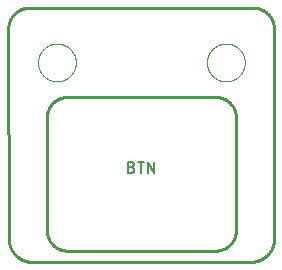
<source format=gto>
G75*
%MOIN*%
%OFA0B0*%
%FSLAX25Y25*%
%IPPOS*%
%LPD*%
%AMOC8*
5,1,8,0,0,1.08239X$1,22.5*
%
%ADD10C,0.00000*%
%ADD11C,0.01000*%
%ADD12C,0.00500*%
D10*
X0011443Y0068035D02*
X0011445Y0068193D01*
X0011451Y0068351D01*
X0011461Y0068509D01*
X0011475Y0068667D01*
X0011493Y0068824D01*
X0011514Y0068981D01*
X0011540Y0069137D01*
X0011570Y0069293D01*
X0011603Y0069448D01*
X0011641Y0069601D01*
X0011682Y0069754D01*
X0011727Y0069906D01*
X0011776Y0070057D01*
X0011829Y0070206D01*
X0011885Y0070354D01*
X0011945Y0070500D01*
X0012009Y0070645D01*
X0012077Y0070788D01*
X0012148Y0070930D01*
X0012222Y0071070D01*
X0012300Y0071207D01*
X0012382Y0071343D01*
X0012466Y0071477D01*
X0012555Y0071608D01*
X0012646Y0071737D01*
X0012741Y0071864D01*
X0012838Y0071989D01*
X0012939Y0072111D01*
X0013043Y0072230D01*
X0013150Y0072347D01*
X0013260Y0072461D01*
X0013373Y0072572D01*
X0013488Y0072681D01*
X0013606Y0072786D01*
X0013727Y0072888D01*
X0013850Y0072988D01*
X0013976Y0073084D01*
X0014104Y0073177D01*
X0014234Y0073267D01*
X0014367Y0073353D01*
X0014502Y0073437D01*
X0014638Y0073516D01*
X0014777Y0073593D01*
X0014918Y0073665D01*
X0015060Y0073735D01*
X0015204Y0073800D01*
X0015350Y0073862D01*
X0015497Y0073920D01*
X0015646Y0073975D01*
X0015796Y0074026D01*
X0015947Y0074073D01*
X0016099Y0074116D01*
X0016252Y0074155D01*
X0016407Y0074191D01*
X0016562Y0074222D01*
X0016718Y0074250D01*
X0016874Y0074274D01*
X0017031Y0074294D01*
X0017189Y0074310D01*
X0017346Y0074322D01*
X0017505Y0074330D01*
X0017663Y0074334D01*
X0017821Y0074334D01*
X0017979Y0074330D01*
X0018138Y0074322D01*
X0018295Y0074310D01*
X0018453Y0074294D01*
X0018610Y0074274D01*
X0018766Y0074250D01*
X0018922Y0074222D01*
X0019077Y0074191D01*
X0019232Y0074155D01*
X0019385Y0074116D01*
X0019537Y0074073D01*
X0019688Y0074026D01*
X0019838Y0073975D01*
X0019987Y0073920D01*
X0020134Y0073862D01*
X0020280Y0073800D01*
X0020424Y0073735D01*
X0020566Y0073665D01*
X0020707Y0073593D01*
X0020846Y0073516D01*
X0020982Y0073437D01*
X0021117Y0073353D01*
X0021250Y0073267D01*
X0021380Y0073177D01*
X0021508Y0073084D01*
X0021634Y0072988D01*
X0021757Y0072888D01*
X0021878Y0072786D01*
X0021996Y0072681D01*
X0022111Y0072572D01*
X0022224Y0072461D01*
X0022334Y0072347D01*
X0022441Y0072230D01*
X0022545Y0072111D01*
X0022646Y0071989D01*
X0022743Y0071864D01*
X0022838Y0071737D01*
X0022929Y0071608D01*
X0023018Y0071477D01*
X0023102Y0071343D01*
X0023184Y0071207D01*
X0023262Y0071070D01*
X0023336Y0070930D01*
X0023407Y0070788D01*
X0023475Y0070645D01*
X0023539Y0070500D01*
X0023599Y0070354D01*
X0023655Y0070206D01*
X0023708Y0070057D01*
X0023757Y0069906D01*
X0023802Y0069754D01*
X0023843Y0069601D01*
X0023881Y0069448D01*
X0023914Y0069293D01*
X0023944Y0069137D01*
X0023970Y0068981D01*
X0023991Y0068824D01*
X0024009Y0068667D01*
X0024023Y0068509D01*
X0024033Y0068351D01*
X0024039Y0068193D01*
X0024041Y0068035D01*
X0024039Y0067877D01*
X0024033Y0067719D01*
X0024023Y0067561D01*
X0024009Y0067403D01*
X0023991Y0067246D01*
X0023970Y0067089D01*
X0023944Y0066933D01*
X0023914Y0066777D01*
X0023881Y0066622D01*
X0023843Y0066469D01*
X0023802Y0066316D01*
X0023757Y0066164D01*
X0023708Y0066013D01*
X0023655Y0065864D01*
X0023599Y0065716D01*
X0023539Y0065570D01*
X0023475Y0065425D01*
X0023407Y0065282D01*
X0023336Y0065140D01*
X0023262Y0065000D01*
X0023184Y0064863D01*
X0023102Y0064727D01*
X0023018Y0064593D01*
X0022929Y0064462D01*
X0022838Y0064333D01*
X0022743Y0064206D01*
X0022646Y0064081D01*
X0022545Y0063959D01*
X0022441Y0063840D01*
X0022334Y0063723D01*
X0022224Y0063609D01*
X0022111Y0063498D01*
X0021996Y0063389D01*
X0021878Y0063284D01*
X0021757Y0063182D01*
X0021634Y0063082D01*
X0021508Y0062986D01*
X0021380Y0062893D01*
X0021250Y0062803D01*
X0021117Y0062717D01*
X0020982Y0062633D01*
X0020846Y0062554D01*
X0020707Y0062477D01*
X0020566Y0062405D01*
X0020424Y0062335D01*
X0020280Y0062270D01*
X0020134Y0062208D01*
X0019987Y0062150D01*
X0019838Y0062095D01*
X0019688Y0062044D01*
X0019537Y0061997D01*
X0019385Y0061954D01*
X0019232Y0061915D01*
X0019077Y0061879D01*
X0018922Y0061848D01*
X0018766Y0061820D01*
X0018610Y0061796D01*
X0018453Y0061776D01*
X0018295Y0061760D01*
X0018138Y0061748D01*
X0017979Y0061740D01*
X0017821Y0061736D01*
X0017663Y0061736D01*
X0017505Y0061740D01*
X0017346Y0061748D01*
X0017189Y0061760D01*
X0017031Y0061776D01*
X0016874Y0061796D01*
X0016718Y0061820D01*
X0016562Y0061848D01*
X0016407Y0061879D01*
X0016252Y0061915D01*
X0016099Y0061954D01*
X0015947Y0061997D01*
X0015796Y0062044D01*
X0015646Y0062095D01*
X0015497Y0062150D01*
X0015350Y0062208D01*
X0015204Y0062270D01*
X0015060Y0062335D01*
X0014918Y0062405D01*
X0014777Y0062477D01*
X0014638Y0062554D01*
X0014502Y0062633D01*
X0014367Y0062717D01*
X0014234Y0062803D01*
X0014104Y0062893D01*
X0013976Y0062986D01*
X0013850Y0063082D01*
X0013727Y0063182D01*
X0013606Y0063284D01*
X0013488Y0063389D01*
X0013373Y0063498D01*
X0013260Y0063609D01*
X0013150Y0063723D01*
X0013043Y0063840D01*
X0012939Y0063959D01*
X0012838Y0064081D01*
X0012741Y0064206D01*
X0012646Y0064333D01*
X0012555Y0064462D01*
X0012466Y0064593D01*
X0012382Y0064727D01*
X0012300Y0064863D01*
X0012222Y0065000D01*
X0012148Y0065140D01*
X0012077Y0065282D01*
X0012009Y0065425D01*
X0011945Y0065570D01*
X0011885Y0065716D01*
X0011829Y0065864D01*
X0011776Y0066013D01*
X0011727Y0066164D01*
X0011682Y0066316D01*
X0011641Y0066469D01*
X0011603Y0066622D01*
X0011570Y0066777D01*
X0011540Y0066933D01*
X0011514Y0067089D01*
X0011493Y0067246D01*
X0011475Y0067403D01*
X0011461Y0067561D01*
X0011451Y0067719D01*
X0011445Y0067877D01*
X0011443Y0068035D01*
X0067742Y0068035D02*
X0067744Y0068193D01*
X0067750Y0068351D01*
X0067760Y0068509D01*
X0067774Y0068667D01*
X0067792Y0068824D01*
X0067813Y0068981D01*
X0067839Y0069137D01*
X0067869Y0069293D01*
X0067902Y0069448D01*
X0067940Y0069601D01*
X0067981Y0069754D01*
X0068026Y0069906D01*
X0068075Y0070057D01*
X0068128Y0070206D01*
X0068184Y0070354D01*
X0068244Y0070500D01*
X0068308Y0070645D01*
X0068376Y0070788D01*
X0068447Y0070930D01*
X0068521Y0071070D01*
X0068599Y0071207D01*
X0068681Y0071343D01*
X0068765Y0071477D01*
X0068854Y0071608D01*
X0068945Y0071737D01*
X0069040Y0071864D01*
X0069137Y0071989D01*
X0069238Y0072111D01*
X0069342Y0072230D01*
X0069449Y0072347D01*
X0069559Y0072461D01*
X0069672Y0072572D01*
X0069787Y0072681D01*
X0069905Y0072786D01*
X0070026Y0072888D01*
X0070149Y0072988D01*
X0070275Y0073084D01*
X0070403Y0073177D01*
X0070533Y0073267D01*
X0070666Y0073353D01*
X0070801Y0073437D01*
X0070937Y0073516D01*
X0071076Y0073593D01*
X0071217Y0073665D01*
X0071359Y0073735D01*
X0071503Y0073800D01*
X0071649Y0073862D01*
X0071796Y0073920D01*
X0071945Y0073975D01*
X0072095Y0074026D01*
X0072246Y0074073D01*
X0072398Y0074116D01*
X0072551Y0074155D01*
X0072706Y0074191D01*
X0072861Y0074222D01*
X0073017Y0074250D01*
X0073173Y0074274D01*
X0073330Y0074294D01*
X0073488Y0074310D01*
X0073645Y0074322D01*
X0073804Y0074330D01*
X0073962Y0074334D01*
X0074120Y0074334D01*
X0074278Y0074330D01*
X0074437Y0074322D01*
X0074594Y0074310D01*
X0074752Y0074294D01*
X0074909Y0074274D01*
X0075065Y0074250D01*
X0075221Y0074222D01*
X0075376Y0074191D01*
X0075531Y0074155D01*
X0075684Y0074116D01*
X0075836Y0074073D01*
X0075987Y0074026D01*
X0076137Y0073975D01*
X0076286Y0073920D01*
X0076433Y0073862D01*
X0076579Y0073800D01*
X0076723Y0073735D01*
X0076865Y0073665D01*
X0077006Y0073593D01*
X0077145Y0073516D01*
X0077281Y0073437D01*
X0077416Y0073353D01*
X0077549Y0073267D01*
X0077679Y0073177D01*
X0077807Y0073084D01*
X0077933Y0072988D01*
X0078056Y0072888D01*
X0078177Y0072786D01*
X0078295Y0072681D01*
X0078410Y0072572D01*
X0078523Y0072461D01*
X0078633Y0072347D01*
X0078740Y0072230D01*
X0078844Y0072111D01*
X0078945Y0071989D01*
X0079042Y0071864D01*
X0079137Y0071737D01*
X0079228Y0071608D01*
X0079317Y0071477D01*
X0079401Y0071343D01*
X0079483Y0071207D01*
X0079561Y0071070D01*
X0079635Y0070930D01*
X0079706Y0070788D01*
X0079774Y0070645D01*
X0079838Y0070500D01*
X0079898Y0070354D01*
X0079954Y0070206D01*
X0080007Y0070057D01*
X0080056Y0069906D01*
X0080101Y0069754D01*
X0080142Y0069601D01*
X0080180Y0069448D01*
X0080213Y0069293D01*
X0080243Y0069137D01*
X0080269Y0068981D01*
X0080290Y0068824D01*
X0080308Y0068667D01*
X0080322Y0068509D01*
X0080332Y0068351D01*
X0080338Y0068193D01*
X0080340Y0068035D01*
X0080338Y0067877D01*
X0080332Y0067719D01*
X0080322Y0067561D01*
X0080308Y0067403D01*
X0080290Y0067246D01*
X0080269Y0067089D01*
X0080243Y0066933D01*
X0080213Y0066777D01*
X0080180Y0066622D01*
X0080142Y0066469D01*
X0080101Y0066316D01*
X0080056Y0066164D01*
X0080007Y0066013D01*
X0079954Y0065864D01*
X0079898Y0065716D01*
X0079838Y0065570D01*
X0079774Y0065425D01*
X0079706Y0065282D01*
X0079635Y0065140D01*
X0079561Y0065000D01*
X0079483Y0064863D01*
X0079401Y0064727D01*
X0079317Y0064593D01*
X0079228Y0064462D01*
X0079137Y0064333D01*
X0079042Y0064206D01*
X0078945Y0064081D01*
X0078844Y0063959D01*
X0078740Y0063840D01*
X0078633Y0063723D01*
X0078523Y0063609D01*
X0078410Y0063498D01*
X0078295Y0063389D01*
X0078177Y0063284D01*
X0078056Y0063182D01*
X0077933Y0063082D01*
X0077807Y0062986D01*
X0077679Y0062893D01*
X0077549Y0062803D01*
X0077416Y0062717D01*
X0077281Y0062633D01*
X0077145Y0062554D01*
X0077006Y0062477D01*
X0076865Y0062405D01*
X0076723Y0062335D01*
X0076579Y0062270D01*
X0076433Y0062208D01*
X0076286Y0062150D01*
X0076137Y0062095D01*
X0075987Y0062044D01*
X0075836Y0061997D01*
X0075684Y0061954D01*
X0075531Y0061915D01*
X0075376Y0061879D01*
X0075221Y0061848D01*
X0075065Y0061820D01*
X0074909Y0061796D01*
X0074752Y0061776D01*
X0074594Y0061760D01*
X0074437Y0061748D01*
X0074278Y0061740D01*
X0074120Y0061736D01*
X0073962Y0061736D01*
X0073804Y0061740D01*
X0073645Y0061748D01*
X0073488Y0061760D01*
X0073330Y0061776D01*
X0073173Y0061796D01*
X0073017Y0061820D01*
X0072861Y0061848D01*
X0072706Y0061879D01*
X0072551Y0061915D01*
X0072398Y0061954D01*
X0072246Y0061997D01*
X0072095Y0062044D01*
X0071945Y0062095D01*
X0071796Y0062150D01*
X0071649Y0062208D01*
X0071503Y0062270D01*
X0071359Y0062335D01*
X0071217Y0062405D01*
X0071076Y0062477D01*
X0070937Y0062554D01*
X0070801Y0062633D01*
X0070666Y0062717D01*
X0070533Y0062803D01*
X0070403Y0062893D01*
X0070275Y0062986D01*
X0070149Y0063082D01*
X0070026Y0063182D01*
X0069905Y0063284D01*
X0069787Y0063389D01*
X0069672Y0063498D01*
X0069559Y0063609D01*
X0069449Y0063723D01*
X0069342Y0063840D01*
X0069238Y0063959D01*
X0069137Y0064081D01*
X0069040Y0064206D01*
X0068945Y0064333D01*
X0068854Y0064462D01*
X0068765Y0064593D01*
X0068681Y0064727D01*
X0068599Y0064863D01*
X0068521Y0065000D01*
X0068447Y0065140D01*
X0068376Y0065282D01*
X0068308Y0065425D01*
X0068244Y0065570D01*
X0068184Y0065716D01*
X0068128Y0065864D01*
X0068075Y0066013D01*
X0068026Y0066164D01*
X0067981Y0066316D01*
X0067940Y0066469D01*
X0067902Y0066622D01*
X0067869Y0066777D01*
X0067839Y0066933D01*
X0067813Y0067089D01*
X0067792Y0067246D01*
X0067774Y0067403D01*
X0067760Y0067561D01*
X0067750Y0067719D01*
X0067744Y0067877D01*
X0067742Y0068035D01*
D11*
X0001509Y0079268D02*
X0001600Y0009491D01*
X0001603Y0009295D01*
X0001610Y0009099D01*
X0001622Y0008903D01*
X0001639Y0008708D01*
X0001661Y0008513D01*
X0001688Y0008318D01*
X0001719Y0008125D01*
X0001755Y0007932D01*
X0001796Y0007740D01*
X0001842Y0007549D01*
X0001892Y0007360D01*
X0001947Y0007171D01*
X0002006Y0006984D01*
X0002070Y0006799D01*
X0002139Y0006615D01*
X0002212Y0006433D01*
X0002289Y0006252D01*
X0002371Y0006074D01*
X0002457Y0005898D01*
X0002548Y0005724D01*
X0002642Y0005552D01*
X0002741Y0005383D01*
X0002844Y0005216D01*
X0002952Y0005051D01*
X0003063Y0004889D01*
X0003178Y0004731D01*
X0003297Y0004574D01*
X0003419Y0004421D01*
X0003546Y0004271D01*
X0003676Y0004124D01*
X0003809Y0003981D01*
X0003947Y0003840D01*
X0004087Y0003703D01*
X0004231Y0003570D01*
X0004378Y0003440D01*
X0004528Y0003314D01*
X0004681Y0003191D01*
X0004838Y0003073D01*
X0004997Y0002958D01*
X0005158Y0002847D01*
X0005323Y0002740D01*
X0005490Y0002637D01*
X0005660Y0002538D01*
X0005831Y0002444D01*
X0006006Y0002353D01*
X0006182Y0002267D01*
X0006360Y0002186D01*
X0006541Y0002108D01*
X0006723Y0002036D01*
X0006907Y0001967D01*
X0007092Y0001903D01*
X0007280Y0001844D01*
X0007468Y0001790D01*
X0007658Y0001740D01*
X0007849Y0001694D01*
X0008041Y0001654D01*
X0008233Y0001618D01*
X0008427Y0001587D01*
X0008622Y0001560D01*
X0008817Y0001539D01*
X0009012Y0001522D01*
X0009208Y0001510D01*
X0009404Y0001502D01*
X0009600Y0001500D01*
X0082183Y0001500D01*
X0082376Y0001502D01*
X0082570Y0001509D01*
X0082763Y0001521D01*
X0082956Y0001537D01*
X0083148Y0001558D01*
X0083340Y0001584D01*
X0083531Y0001614D01*
X0083721Y0001649D01*
X0083911Y0001689D01*
X0084099Y0001733D01*
X0084286Y0001781D01*
X0084472Y0001835D01*
X0084657Y0001892D01*
X0084840Y0001954D01*
X0085022Y0002021D01*
X0085202Y0002092D01*
X0085380Y0002167D01*
X0085557Y0002246D01*
X0085731Y0002330D01*
X0085904Y0002418D01*
X0086074Y0002510D01*
X0086242Y0002606D01*
X0086407Y0002706D01*
X0086570Y0002810D01*
X0086731Y0002918D01*
X0086889Y0003030D01*
X0087044Y0003146D01*
X0087196Y0003265D01*
X0087345Y0003388D01*
X0087491Y0003515D01*
X0087635Y0003645D01*
X0087775Y0003779D01*
X0087911Y0003916D01*
X0088045Y0004056D01*
X0088175Y0004199D01*
X0088301Y0004346D01*
X0088424Y0004495D01*
X0088543Y0004647D01*
X0088659Y0004803D01*
X0088770Y0004961D01*
X0088878Y0005121D01*
X0088982Y0005284D01*
X0089082Y0005450D01*
X0089178Y0005618D01*
X0089270Y0005788D01*
X0089358Y0005961D01*
X0089441Y0006135D01*
X0089520Y0006312D01*
X0089595Y0006490D01*
X0089666Y0006670D01*
X0089732Y0006852D01*
X0089794Y0007036D01*
X0089851Y0007220D01*
X0089904Y0007406D01*
X0089953Y0007594D01*
X0089996Y0007782D01*
X0090036Y0007972D01*
X0090070Y0008162D01*
X0090100Y0008353D01*
X0090126Y0008545D01*
X0090147Y0008737D01*
X0090163Y0008930D01*
X0090174Y0009123D01*
X0090181Y0009317D01*
X0090183Y0009510D01*
X0090092Y0079287D01*
X0090092Y0079288D02*
X0090090Y0079459D01*
X0090083Y0079631D01*
X0090072Y0079802D01*
X0090057Y0079973D01*
X0090038Y0080144D01*
X0090015Y0080314D01*
X0089987Y0080483D01*
X0089956Y0080652D01*
X0089920Y0080820D01*
X0089880Y0080987D01*
X0089836Y0081153D01*
X0089788Y0081318D01*
X0089736Y0081481D01*
X0089680Y0081643D01*
X0089620Y0081804D01*
X0089556Y0081964D01*
X0089489Y0082121D01*
X0089417Y0082277D01*
X0089341Y0082431D01*
X0089262Y0082584D01*
X0089179Y0082734D01*
X0089093Y0082882D01*
X0089003Y0083028D01*
X0088909Y0083172D01*
X0088812Y0083314D01*
X0088711Y0083453D01*
X0088607Y0083589D01*
X0088500Y0083723D01*
X0088389Y0083854D01*
X0088275Y0083983D01*
X0088158Y0084109D01*
X0088038Y0084231D01*
X0087915Y0084351D01*
X0087789Y0084468D01*
X0087661Y0084581D01*
X0087529Y0084692D01*
X0087395Y0084799D01*
X0087259Y0084903D01*
X0087119Y0085003D01*
X0086978Y0085100D01*
X0086834Y0085194D01*
X0086688Y0085284D01*
X0086539Y0085370D01*
X0086389Y0085453D01*
X0086236Y0085532D01*
X0086082Y0085607D01*
X0085926Y0085679D01*
X0085768Y0085746D01*
X0085609Y0085810D01*
X0085448Y0085870D01*
X0085286Y0085925D01*
X0085122Y0085977D01*
X0084957Y0086025D01*
X0084791Y0086069D01*
X0084624Y0086108D01*
X0084456Y0086144D01*
X0084287Y0086175D01*
X0084118Y0086202D01*
X0083948Y0086225D01*
X0083777Y0086244D01*
X0083606Y0086259D01*
X0083435Y0086270D01*
X0083263Y0086276D01*
X0083092Y0086278D01*
X0083092Y0086277D02*
X0008509Y0086277D01*
X0008340Y0086275D01*
X0008171Y0086269D01*
X0008002Y0086259D01*
X0007833Y0086244D01*
X0007665Y0086226D01*
X0007497Y0086203D01*
X0007330Y0086177D01*
X0007163Y0086146D01*
X0006997Y0086112D01*
X0006832Y0086073D01*
X0006669Y0086031D01*
X0006506Y0085984D01*
X0006344Y0085934D01*
X0006184Y0085880D01*
X0006025Y0085821D01*
X0005867Y0085759D01*
X0005711Y0085694D01*
X0005557Y0085624D01*
X0005404Y0085551D01*
X0005254Y0085474D01*
X0005105Y0085393D01*
X0004958Y0085309D01*
X0004813Y0085222D01*
X0004670Y0085130D01*
X0004530Y0085036D01*
X0004392Y0084938D01*
X0004256Y0084837D01*
X0004123Y0084732D01*
X0003992Y0084625D01*
X0003864Y0084514D01*
X0003739Y0084400D01*
X0003616Y0084283D01*
X0003497Y0084163D01*
X0003380Y0084041D01*
X0003266Y0083915D01*
X0003156Y0083787D01*
X0003048Y0083656D01*
X0002944Y0083523D01*
X0002843Y0083387D01*
X0002745Y0083249D01*
X0002651Y0083108D01*
X0002560Y0082966D01*
X0002472Y0082821D01*
X0002388Y0082674D01*
X0002308Y0082525D01*
X0002231Y0082374D01*
X0002158Y0082221D01*
X0002089Y0082067D01*
X0002023Y0081910D01*
X0001961Y0081753D01*
X0001904Y0081594D01*
X0001849Y0081433D01*
X0001799Y0081272D01*
X0001753Y0081109D01*
X0001711Y0080945D01*
X0001672Y0080780D01*
X0001638Y0080614D01*
X0001608Y0080448D01*
X0001581Y0080280D01*
X0001559Y0080113D01*
X0001541Y0079944D01*
X0001527Y0079776D01*
X0001517Y0079607D01*
X0001511Y0079437D01*
X0001509Y0079268D01*
X0021116Y0056500D02*
X0070667Y0056500D01*
X0070829Y0056498D01*
X0070992Y0056492D01*
X0071154Y0056482D01*
X0071316Y0056469D01*
X0071477Y0056451D01*
X0071638Y0056429D01*
X0071799Y0056404D01*
X0071958Y0056375D01*
X0072117Y0056342D01*
X0072275Y0056305D01*
X0072433Y0056264D01*
X0072589Y0056219D01*
X0072744Y0056171D01*
X0072898Y0056119D01*
X0073050Y0056063D01*
X0073201Y0056004D01*
X0073351Y0055941D01*
X0073499Y0055874D01*
X0073646Y0055804D01*
X0073790Y0055730D01*
X0073933Y0055653D01*
X0074074Y0055572D01*
X0074213Y0055488D01*
X0074350Y0055401D01*
X0074485Y0055310D01*
X0074618Y0055216D01*
X0074748Y0055119D01*
X0074876Y0055019D01*
X0075001Y0054916D01*
X0075124Y0054810D01*
X0075244Y0054701D01*
X0075362Y0054589D01*
X0075477Y0054474D01*
X0075589Y0054356D01*
X0075698Y0054236D01*
X0075804Y0054113D01*
X0075907Y0053988D01*
X0076007Y0053860D01*
X0076104Y0053730D01*
X0076198Y0053597D01*
X0076289Y0053462D01*
X0076376Y0053325D01*
X0076460Y0053186D01*
X0076541Y0053045D01*
X0076618Y0052902D01*
X0076692Y0052758D01*
X0076762Y0052611D01*
X0076829Y0052463D01*
X0076892Y0052313D01*
X0076951Y0052162D01*
X0077007Y0052010D01*
X0077059Y0051856D01*
X0077107Y0051701D01*
X0077152Y0051545D01*
X0077193Y0051387D01*
X0077230Y0051229D01*
X0077263Y0051070D01*
X0077292Y0050911D01*
X0077317Y0050750D01*
X0077339Y0050589D01*
X0077357Y0050428D01*
X0077370Y0050266D01*
X0077380Y0050104D01*
X0077386Y0049941D01*
X0077388Y0049779D01*
X0077387Y0049779D02*
X0077387Y0012040D01*
X0077388Y0012040D02*
X0077386Y0011878D01*
X0077380Y0011715D01*
X0077370Y0011553D01*
X0077357Y0011391D01*
X0077339Y0011230D01*
X0077317Y0011069D01*
X0077292Y0010908D01*
X0077263Y0010749D01*
X0077230Y0010590D01*
X0077193Y0010432D01*
X0077152Y0010274D01*
X0077107Y0010118D01*
X0077059Y0009963D01*
X0077007Y0009809D01*
X0076951Y0009657D01*
X0076892Y0009506D01*
X0076829Y0009356D01*
X0076762Y0009208D01*
X0076692Y0009061D01*
X0076618Y0008917D01*
X0076541Y0008774D01*
X0076460Y0008633D01*
X0076376Y0008494D01*
X0076289Y0008357D01*
X0076198Y0008222D01*
X0076104Y0008089D01*
X0076007Y0007959D01*
X0075907Y0007831D01*
X0075804Y0007706D01*
X0075698Y0007583D01*
X0075589Y0007463D01*
X0075477Y0007345D01*
X0075362Y0007230D01*
X0075244Y0007118D01*
X0075124Y0007009D01*
X0075001Y0006903D01*
X0074876Y0006800D01*
X0074748Y0006700D01*
X0074618Y0006603D01*
X0074485Y0006509D01*
X0074350Y0006418D01*
X0074213Y0006331D01*
X0074074Y0006247D01*
X0073933Y0006166D01*
X0073790Y0006089D01*
X0073646Y0006015D01*
X0073499Y0005945D01*
X0073351Y0005878D01*
X0073201Y0005815D01*
X0073050Y0005756D01*
X0072898Y0005700D01*
X0072744Y0005648D01*
X0072589Y0005600D01*
X0072433Y0005555D01*
X0072275Y0005514D01*
X0072117Y0005477D01*
X0071958Y0005444D01*
X0071799Y0005415D01*
X0071638Y0005390D01*
X0071477Y0005368D01*
X0071316Y0005350D01*
X0071154Y0005337D01*
X0070992Y0005327D01*
X0070829Y0005321D01*
X0070667Y0005319D01*
X0021116Y0005319D01*
X0020954Y0005321D01*
X0020791Y0005327D01*
X0020629Y0005337D01*
X0020467Y0005350D01*
X0020306Y0005368D01*
X0020145Y0005390D01*
X0019984Y0005415D01*
X0019825Y0005444D01*
X0019666Y0005477D01*
X0019508Y0005514D01*
X0019350Y0005555D01*
X0019194Y0005600D01*
X0019039Y0005648D01*
X0018885Y0005700D01*
X0018733Y0005756D01*
X0018582Y0005815D01*
X0018432Y0005878D01*
X0018284Y0005945D01*
X0018137Y0006015D01*
X0017993Y0006089D01*
X0017850Y0006166D01*
X0017709Y0006247D01*
X0017570Y0006331D01*
X0017433Y0006418D01*
X0017298Y0006509D01*
X0017165Y0006603D01*
X0017035Y0006700D01*
X0016907Y0006800D01*
X0016782Y0006903D01*
X0016659Y0007009D01*
X0016539Y0007118D01*
X0016421Y0007230D01*
X0016306Y0007345D01*
X0016194Y0007463D01*
X0016085Y0007583D01*
X0015979Y0007706D01*
X0015876Y0007831D01*
X0015776Y0007959D01*
X0015679Y0008089D01*
X0015585Y0008222D01*
X0015494Y0008357D01*
X0015407Y0008494D01*
X0015323Y0008633D01*
X0015242Y0008774D01*
X0015165Y0008917D01*
X0015091Y0009061D01*
X0015021Y0009208D01*
X0014954Y0009356D01*
X0014891Y0009506D01*
X0014832Y0009657D01*
X0014776Y0009809D01*
X0014724Y0009963D01*
X0014676Y0010118D01*
X0014631Y0010274D01*
X0014590Y0010432D01*
X0014553Y0010590D01*
X0014520Y0010749D01*
X0014491Y0010908D01*
X0014466Y0011069D01*
X0014444Y0011230D01*
X0014426Y0011391D01*
X0014413Y0011553D01*
X0014403Y0011715D01*
X0014397Y0011878D01*
X0014395Y0012040D01*
X0014395Y0049779D01*
X0014397Y0049941D01*
X0014403Y0050104D01*
X0014413Y0050266D01*
X0014426Y0050428D01*
X0014444Y0050589D01*
X0014466Y0050750D01*
X0014491Y0050911D01*
X0014520Y0051070D01*
X0014553Y0051229D01*
X0014590Y0051387D01*
X0014631Y0051545D01*
X0014676Y0051701D01*
X0014724Y0051856D01*
X0014776Y0052010D01*
X0014832Y0052162D01*
X0014891Y0052313D01*
X0014954Y0052463D01*
X0015021Y0052611D01*
X0015091Y0052758D01*
X0015165Y0052902D01*
X0015242Y0053045D01*
X0015323Y0053186D01*
X0015407Y0053325D01*
X0015494Y0053462D01*
X0015585Y0053597D01*
X0015679Y0053730D01*
X0015776Y0053860D01*
X0015876Y0053988D01*
X0015979Y0054113D01*
X0016085Y0054236D01*
X0016194Y0054356D01*
X0016306Y0054474D01*
X0016421Y0054589D01*
X0016539Y0054701D01*
X0016659Y0054810D01*
X0016782Y0054916D01*
X0016907Y0055019D01*
X0017035Y0055119D01*
X0017165Y0055216D01*
X0017298Y0055310D01*
X0017433Y0055401D01*
X0017570Y0055488D01*
X0017709Y0055572D01*
X0017850Y0055653D01*
X0017993Y0055730D01*
X0018137Y0055804D01*
X0018284Y0055874D01*
X0018432Y0055941D01*
X0018582Y0056004D01*
X0018733Y0056063D01*
X0018885Y0056119D01*
X0019039Y0056171D01*
X0019194Y0056219D01*
X0019350Y0056264D01*
X0019508Y0056305D01*
X0019666Y0056342D01*
X0019825Y0056375D01*
X0019984Y0056404D01*
X0020145Y0056429D01*
X0020306Y0056451D01*
X0020467Y0056469D01*
X0020629Y0056482D01*
X0020791Y0056492D01*
X0020954Y0056498D01*
X0021116Y0056500D01*
D12*
X0041593Y0034817D02*
X0042566Y0034817D01*
X0042622Y0034815D01*
X0042677Y0034809D01*
X0042731Y0034799D01*
X0042785Y0034785D01*
X0042838Y0034768D01*
X0042889Y0034747D01*
X0042939Y0034722D01*
X0042987Y0034693D01*
X0043032Y0034662D01*
X0043075Y0034627D01*
X0043116Y0034589D01*
X0043154Y0034548D01*
X0043189Y0034505D01*
X0043220Y0034460D01*
X0043249Y0034412D01*
X0043274Y0034362D01*
X0043295Y0034311D01*
X0043312Y0034258D01*
X0043326Y0034204D01*
X0043336Y0034150D01*
X0043342Y0034095D01*
X0043344Y0034039D01*
X0043342Y0033983D01*
X0043336Y0033928D01*
X0043326Y0033874D01*
X0043312Y0033820D01*
X0043295Y0033767D01*
X0043274Y0033716D01*
X0043249Y0033666D01*
X0043220Y0033618D01*
X0043189Y0033573D01*
X0043154Y0033530D01*
X0043116Y0033489D01*
X0043075Y0033451D01*
X0043032Y0033416D01*
X0042987Y0033385D01*
X0042939Y0033356D01*
X0042889Y0033331D01*
X0042838Y0033310D01*
X0042785Y0033293D01*
X0042731Y0033279D01*
X0042677Y0033269D01*
X0042622Y0033263D01*
X0042566Y0033261D01*
X0041593Y0033261D01*
X0042566Y0033261D02*
X0042627Y0033259D01*
X0042688Y0033253D01*
X0042748Y0033244D01*
X0042808Y0033230D01*
X0042866Y0033213D01*
X0042924Y0033193D01*
X0042980Y0033168D01*
X0043034Y0033141D01*
X0043087Y0033110D01*
X0043137Y0033075D01*
X0043186Y0033038D01*
X0043231Y0032998D01*
X0043275Y0032954D01*
X0043315Y0032909D01*
X0043352Y0032860D01*
X0043387Y0032810D01*
X0043418Y0032757D01*
X0043445Y0032703D01*
X0043470Y0032647D01*
X0043490Y0032589D01*
X0043507Y0032531D01*
X0043521Y0032471D01*
X0043530Y0032411D01*
X0043536Y0032350D01*
X0043538Y0032289D01*
X0043536Y0032228D01*
X0043530Y0032167D01*
X0043521Y0032107D01*
X0043507Y0032047D01*
X0043490Y0031989D01*
X0043470Y0031931D01*
X0043445Y0031875D01*
X0043418Y0031821D01*
X0043387Y0031768D01*
X0043352Y0031718D01*
X0043315Y0031669D01*
X0043275Y0031624D01*
X0043231Y0031580D01*
X0043186Y0031540D01*
X0043137Y0031503D01*
X0043087Y0031468D01*
X0043034Y0031437D01*
X0042980Y0031410D01*
X0042924Y0031385D01*
X0042866Y0031365D01*
X0042808Y0031348D01*
X0042748Y0031334D01*
X0042688Y0031325D01*
X0042627Y0031319D01*
X0042566Y0031317D01*
X0041593Y0031317D01*
X0041593Y0034817D01*
X0044765Y0034817D02*
X0046709Y0034817D01*
X0045737Y0034817D02*
X0045737Y0031317D01*
X0048245Y0031317D02*
X0048245Y0034817D01*
X0050189Y0031317D01*
X0050189Y0034817D01*
M02*

</source>
